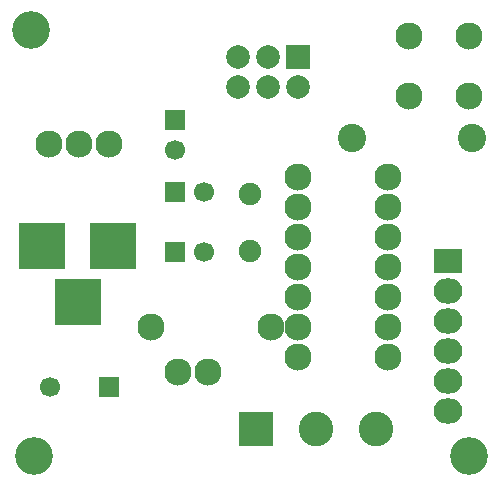
<source format=gbr>
G04 #@! TF.FileFunction,Soldermask,Top*
%FSLAX46Y46*%
G04 Gerber Fmt 4.6, Leading zero omitted, Abs format (unit mm)*
G04 Created by KiCad (PCBNEW 4.0.1-3.201512221401+6198~38~ubuntu15.10.1-stable) date mar 05 ene 2016 12:58:44 CET*
%MOMM*%
G01*
G04 APERTURE LIST*
%ADD10C,0.100000*%
%ADD11R,2.000000X2.000000*%
%ADD12C,2.000000*%
%ADD13C,3.200000*%
%ADD14R,1.700000X1.700000*%
%ADD15C,1.700000*%
%ADD16C,2.300000*%
%ADD17R,3.900120X3.900120*%
%ADD18R,2.940000X2.940000*%
%ADD19C,2.940000*%
%ADD20R,2.432000X2.127200*%
%ADD21O,2.432000X2.127200*%
%ADD22C,1.901140*%
%ADD23C,2.398980*%
G04 APERTURE END LIST*
D10*
D11*
X93980000Y-74930000D03*
D12*
X93980000Y-77470000D03*
X91440000Y-74930000D03*
X91440000Y-77470000D03*
X88900000Y-74930000D03*
X88900000Y-77470000D03*
D13*
X71628000Y-108712000D03*
X71374000Y-72644000D03*
D14*
X77978000Y-102870000D03*
D15*
X72978000Y-102870000D03*
D16*
X72898000Y-82296000D03*
X75438000Y-82296000D03*
X77978000Y-82296000D03*
D17*
X78336140Y-90932000D03*
X72336660Y-90932000D03*
X75336400Y-95631000D03*
D14*
X83566000Y-91440000D03*
D15*
X86066000Y-91440000D03*
D14*
X83566000Y-86360000D03*
D15*
X86066000Y-86360000D03*
D14*
X83566000Y-80264000D03*
D15*
X83566000Y-82764000D03*
D16*
X93980000Y-85090000D03*
X93980000Y-87630000D03*
X93980000Y-90170000D03*
X93980000Y-92710000D03*
X93980000Y-95250000D03*
X93980000Y-97790000D03*
X93980000Y-100330000D03*
X101600000Y-100330000D03*
X101600000Y-97790000D03*
X101600000Y-95250000D03*
X101600000Y-92710000D03*
X101600000Y-90170000D03*
X101600000Y-87630000D03*
X101600000Y-85090000D03*
D18*
X90424000Y-106426000D03*
D19*
X95504000Y-106426000D03*
X100584000Y-106426000D03*
D20*
X106680000Y-92202000D03*
D21*
X106680000Y-94742000D03*
X106680000Y-97282000D03*
X106680000Y-99822000D03*
X106680000Y-102362000D03*
X106680000Y-104902000D03*
D22*
X89916000Y-86459060D03*
X89916000Y-91340940D03*
D23*
X108712000Y-81788000D03*
X98552000Y-81788000D03*
D16*
X81534000Y-97790000D03*
X91694000Y-97790000D03*
X86360000Y-101600000D03*
X83820000Y-101600000D03*
D13*
X108458000Y-108712000D03*
D16*
X103378000Y-73152000D03*
X103378000Y-78232000D03*
X108458000Y-73152000D03*
X108458000Y-78232000D03*
M02*

</source>
